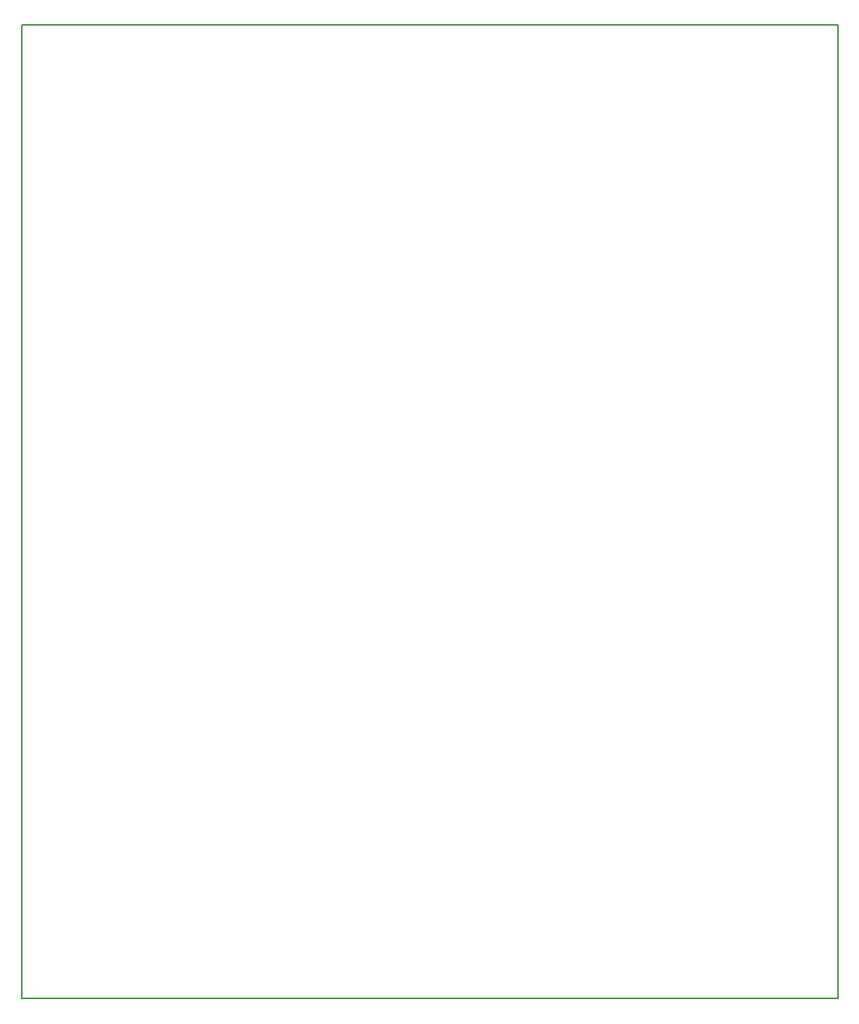
<source format=gbr>
%TF.GenerationSoftware,KiCad,Pcbnew,(6.0.11-0)*%
%TF.CreationDate,2023-05-29T14:05:04+02:00*%
%TF.ProjectId,clouds,636c6f75-6473-42e6-9b69-6361645f7063,rev?*%
%TF.SameCoordinates,Original*%
%TF.FileFunction,Profile,NP*%
%FSLAX46Y46*%
G04 Gerber Fmt 4.6, Leading zero omitted, Abs format (unit mm)*
G04 Created by KiCad (PCBNEW (6.0.11-0)) date 2023-05-29 14:05:04*
%MOMM*%
%LPD*%
G01*
G04 APERTURE LIST*
%TA.AperFunction,Profile*%
%ADD10C,0.203200*%
%TD*%
G04 APERTURE END LIST*
D10*
X192951100Y-158026100D02*
X192951100Y-51981100D01*
X104051100Y-158026100D02*
X192951100Y-158026100D01*
X192951100Y-51981100D02*
X104051100Y-51981100D01*
X104051100Y-51981100D02*
X104051100Y-158026100D01*
M02*

</source>
